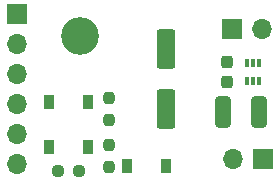
<source format=gbr>
%TF.GenerationSoftware,KiCad,Pcbnew,7.0.0-da2b9df05c~163~ubuntu22.04.1*%
%TF.CreationDate,2023-02-21T15:24:57+01:00*%
%TF.ProjectId,BaSe_PWR_V4_0,42615365-5f50-4575-925f-56345f302e6b,rev?*%
%TF.SameCoordinates,Original*%
%TF.FileFunction,Soldermask,Top*%
%TF.FilePolarity,Negative*%
%FSLAX46Y46*%
G04 Gerber Fmt 4.6, Leading zero omitted, Abs format (unit mm)*
G04 Created by KiCad (PCBNEW 7.0.0-da2b9df05c~163~ubuntu22.04.1) date 2023-02-21 15:24:57*
%MOMM*%
%LPD*%
G01*
G04 APERTURE LIST*
G04 Aperture macros list*
%AMRoundRect*
0 Rectangle with rounded corners*
0 $1 Rounding radius*
0 $2 $3 $4 $5 $6 $7 $8 $9 X,Y pos of 4 corners*
0 Add a 4 corners polygon primitive as box body*
4,1,4,$2,$3,$4,$5,$6,$7,$8,$9,$2,$3,0*
0 Add four circle primitives for the rounded corners*
1,1,$1+$1,$2,$3*
1,1,$1+$1,$4,$5*
1,1,$1+$1,$6,$7*
1,1,$1+$1,$8,$9*
0 Add four rect primitives between the rounded corners*
20,1,$1+$1,$2,$3,$4,$5,0*
20,1,$1+$1,$4,$5,$6,$7,0*
20,1,$1+$1,$6,$7,$8,$9,0*
20,1,$1+$1,$8,$9,$2,$3,0*%
G04 Aperture macros list end*
%ADD10R,1.700000X1.700000*%
%ADD11O,1.700000X1.700000*%
%ADD12C,3.200000*%
%ADD13R,0.900000X1.200000*%
%ADD14R,0.340000X0.700000*%
%ADD15RoundRect,0.250000X0.400000X1.075000X-0.400000X1.075000X-0.400000X-1.075000X0.400000X-1.075000X0*%
%ADD16RoundRect,0.237500X-0.250000X-0.237500X0.250000X-0.237500X0.250000X0.237500X-0.250000X0.237500X0*%
%ADD17RoundRect,0.237500X-0.237500X0.250000X-0.237500X-0.250000X0.237500X-0.250000X0.237500X0.250000X0*%
%ADD18RoundRect,0.250000X-0.550000X1.412500X-0.550000X-1.412500X0.550000X-1.412500X0.550000X1.412500X0*%
%ADD19RoundRect,0.237500X-0.237500X0.300000X-0.237500X-0.300000X0.237500X-0.300000X0.237500X0.300000X0*%
G04 APERTURE END LIST*
D10*
%TO.C,J3*%
X119074999Y-49599999D03*
D11*
X116534999Y-49599999D03*
%TD*%
D10*
%TO.C,J1*%
X98199999Y-37319999D03*
D11*
X98199999Y-39859999D03*
X98199999Y-42399999D03*
X98199999Y-44939999D03*
X98199999Y-47479999D03*
X98199999Y-50019999D03*
%TD*%
D12*
%TO.C,H1*%
X103600000Y-39200000D03*
%TD*%
D13*
%TO.C,D2*%
X104249999Y-48529999D03*
X100949999Y-48529999D03*
%TD*%
D14*
%TO.C,U1*%
X117699999Y-42949999D03*
X118199999Y-42949999D03*
X118699999Y-42949999D03*
X118699999Y-41449999D03*
X118199999Y-41449999D03*
X117699999Y-41449999D03*
%TD*%
D15*
%TO.C,R4*%
X115650000Y-45600000D03*
X118750000Y-45600000D03*
%TD*%
D13*
%TO.C,D1*%
X104249999Y-44729999D03*
X100949999Y-44729999D03*
%TD*%
D16*
%TO.C,R1*%
X101687500Y-50600000D03*
X103512500Y-50600000D03*
%TD*%
D17*
%TO.C,R2*%
X106000000Y-44417500D03*
X106000000Y-46242500D03*
%TD*%
D10*
%TO.C,J2*%
X116399999Y-38599999D03*
D11*
X118939999Y-38599999D03*
%TD*%
D17*
%TO.C,R3*%
X106000000Y-48417500D03*
X106000000Y-50242500D03*
%TD*%
D18*
%TO.C,C1*%
X110800000Y-40262500D03*
X110800000Y-45337500D03*
%TD*%
D19*
%TO.C,C2*%
X116000000Y-41337500D03*
X116000000Y-43062500D03*
%TD*%
D13*
%TO.C,D3*%
X107549999Y-50199999D03*
X110849999Y-50199999D03*
%TD*%
M02*

</source>
